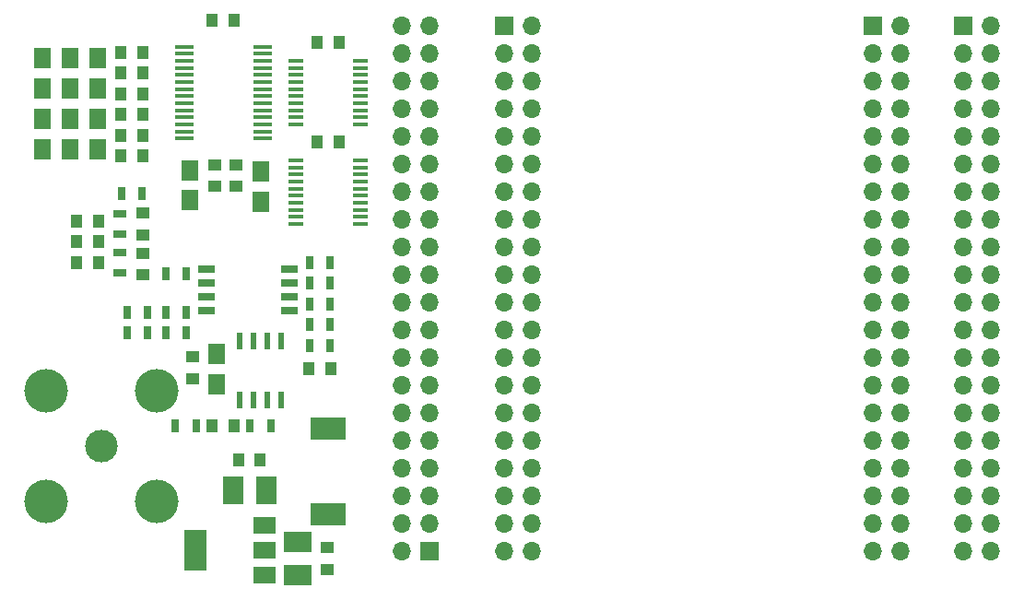
<source format=gbr>
G04 #@! TF.FileFunction,Soldermask,Top*
%FSLAX46Y46*%
G04 Gerber Fmt 4.6, Leading zero omitted, Abs format (unit mm)*
G04 Created by KiCad (PCBNEW 4.0.7) date 06/19/18 15:52:20*
%MOMM*%
%LPD*%
G01*
G04 APERTURE LIST*
%ADD10C,0.100000*%
%ADD11R,1.700000X1.700000*%
%ADD12O,1.700000X1.700000*%
%ADD13R,1.500000X1.950000*%
%ADD14C,3.000000*%
%ADD15C,4.000000*%
%ADD16R,1.750000X0.450000*%
%ADD17R,1.450000X0.450000*%
%ADD18R,0.600000X1.550000*%
%ADD19R,1.000000X1.250000*%
%ADD20R,1.250000X1.000000*%
%ADD21R,0.700000X1.300000*%
%ADD22R,1.300000X0.700000*%
%ADD23R,3.200000X2.000000*%
%ADD24R,2.000000X3.800000*%
%ADD25R,2.000000X1.500000*%
%ADD26R,1.600000X0.760000*%
%ADD27R,1.950000X2.500000*%
%ADD28R,2.500000X1.950000*%
G04 APERTURE END LIST*
D10*
D11*
X147828000Y-121412000D03*
D12*
X145288000Y-121412000D03*
X147828000Y-118872000D03*
X145288000Y-118872000D03*
X147828000Y-116332000D03*
X145288000Y-116332000D03*
X147828000Y-113792000D03*
X145288000Y-113792000D03*
X147828000Y-111252000D03*
X145288000Y-111252000D03*
X147828000Y-108712000D03*
X145288000Y-108712000D03*
X147828000Y-106172000D03*
X145288000Y-106172000D03*
X147828000Y-103632000D03*
X145288000Y-103632000D03*
X147828000Y-101092000D03*
X145288000Y-101092000D03*
X147828000Y-98552000D03*
X145288000Y-98552000D03*
X147828000Y-96012000D03*
X145288000Y-96012000D03*
X147828000Y-93472000D03*
X145288000Y-93472000D03*
X147828000Y-90932000D03*
X145288000Y-90932000D03*
X147828000Y-88392000D03*
X145288000Y-88392000D03*
X147828000Y-85852000D03*
X145288000Y-85852000D03*
X147828000Y-83312000D03*
X145288000Y-83312000D03*
X147828000Y-80772000D03*
X145288000Y-80772000D03*
X147828000Y-78232000D03*
X145288000Y-78232000D03*
X147828000Y-75692000D03*
X145288000Y-75692000D03*
X147828000Y-73152000D03*
X145288000Y-73152000D03*
D13*
X112268000Y-76095000D03*
X112268000Y-78845000D03*
D14*
X117729000Y-111760000D03*
D15*
X122809000Y-116840000D03*
X112649000Y-116840000D03*
X112649000Y-106680000D03*
X122809000Y-106680000D03*
D11*
X196850000Y-73152000D03*
D12*
X199390000Y-73152000D03*
X196850000Y-75692000D03*
X199390000Y-75692000D03*
X196850000Y-78232000D03*
X199390000Y-78232000D03*
X196850000Y-80772000D03*
X199390000Y-80772000D03*
X196850000Y-83312000D03*
X199390000Y-83312000D03*
X196850000Y-85852000D03*
X199390000Y-85852000D03*
X196850000Y-88392000D03*
X199390000Y-88392000D03*
X196850000Y-90932000D03*
X199390000Y-90932000D03*
X196850000Y-93472000D03*
X199390000Y-93472000D03*
X196850000Y-96012000D03*
X199390000Y-96012000D03*
X196850000Y-98552000D03*
X199390000Y-98552000D03*
X196850000Y-101092000D03*
X199390000Y-101092000D03*
X196850000Y-103632000D03*
X199390000Y-103632000D03*
X196850000Y-106172000D03*
X199390000Y-106172000D03*
X196850000Y-108712000D03*
X199390000Y-108712000D03*
X196850000Y-111252000D03*
X199390000Y-111252000D03*
X196850000Y-113792000D03*
X199390000Y-113792000D03*
X196850000Y-116332000D03*
X199390000Y-116332000D03*
X196850000Y-118872000D03*
X199390000Y-118872000D03*
X196850000Y-121412000D03*
X199390000Y-121412000D03*
D11*
X154686000Y-73152000D03*
D12*
X157226000Y-73152000D03*
X154686000Y-75692000D03*
X157226000Y-75692000D03*
X154686000Y-78232000D03*
X157226000Y-78232000D03*
X154686000Y-80772000D03*
X157226000Y-80772000D03*
X154686000Y-83312000D03*
X157226000Y-83312000D03*
X154686000Y-85852000D03*
X157226000Y-85852000D03*
X154686000Y-88392000D03*
X157226000Y-88392000D03*
X154686000Y-90932000D03*
X157226000Y-90932000D03*
X154686000Y-93472000D03*
X157226000Y-93472000D03*
X154686000Y-96012000D03*
X157226000Y-96012000D03*
X154686000Y-98552000D03*
X157226000Y-98552000D03*
X154686000Y-101092000D03*
X157226000Y-101092000D03*
X154686000Y-103632000D03*
X157226000Y-103632000D03*
X154686000Y-106172000D03*
X157226000Y-106172000D03*
X154686000Y-108712000D03*
X157226000Y-108712000D03*
X154686000Y-111252000D03*
X157226000Y-111252000D03*
X154686000Y-113792000D03*
X157226000Y-113792000D03*
X154686000Y-116332000D03*
X157226000Y-116332000D03*
X154686000Y-118872000D03*
X157226000Y-118872000D03*
X154686000Y-121412000D03*
X157226000Y-121412000D03*
D16*
X132505000Y-83473000D03*
X132505000Y-82823000D03*
X132505000Y-82173000D03*
X132505000Y-81523000D03*
X132505000Y-80873000D03*
X132505000Y-80223000D03*
X132505000Y-79573000D03*
X132505000Y-78923000D03*
X132505000Y-78273000D03*
X132505000Y-77623000D03*
X132505000Y-76973000D03*
X132505000Y-76323000D03*
X132505000Y-75673000D03*
X132505000Y-75023000D03*
X125305000Y-75023000D03*
X125305000Y-75673000D03*
X125305000Y-76323000D03*
X125305000Y-76973000D03*
X125305000Y-77623000D03*
X125305000Y-78273000D03*
X125305000Y-78923000D03*
X125305000Y-79573000D03*
X125305000Y-80223000D03*
X125305000Y-80873000D03*
X125305000Y-81523000D03*
X125305000Y-82173000D03*
X125305000Y-82823000D03*
X125305000Y-83473000D03*
D17*
X135607000Y-76323000D03*
X135607000Y-76973000D03*
X135607000Y-77623000D03*
X135607000Y-78273000D03*
X135607000Y-78923000D03*
X135607000Y-79573000D03*
X135607000Y-80223000D03*
X135607000Y-80873000D03*
X135607000Y-81523000D03*
X135607000Y-82173000D03*
X141507000Y-82173000D03*
X141507000Y-81523000D03*
X141507000Y-80873000D03*
X141507000Y-80223000D03*
X141507000Y-79573000D03*
X141507000Y-78923000D03*
X141507000Y-78273000D03*
X141507000Y-77623000D03*
X141507000Y-76973000D03*
X141507000Y-76323000D03*
X135607000Y-85467000D03*
X135607000Y-86117000D03*
X135607000Y-86767000D03*
X135607000Y-87417000D03*
X135607000Y-88067000D03*
X135607000Y-88717000D03*
X135607000Y-89367000D03*
X135607000Y-90017000D03*
X135607000Y-90667000D03*
X135607000Y-91317000D03*
X141507000Y-91317000D03*
X141507000Y-90667000D03*
X141507000Y-90017000D03*
X141507000Y-89367000D03*
X141507000Y-88717000D03*
X141507000Y-88067000D03*
X141507000Y-87417000D03*
X141507000Y-86767000D03*
X141507000Y-86117000D03*
X141507000Y-85467000D03*
D18*
X130429000Y-107475000D03*
X131699000Y-107475000D03*
X132969000Y-107475000D03*
X134239000Y-107475000D03*
X134239000Y-102075000D03*
X132969000Y-102075000D03*
X131699000Y-102075000D03*
X130429000Y-102075000D03*
D19*
X121523000Y-79375000D03*
X119523000Y-79375000D03*
X127905000Y-72644000D03*
X129905000Y-72644000D03*
D20*
X130048000Y-85868000D03*
X130048000Y-87868000D03*
D19*
X121523000Y-77470000D03*
X119523000Y-77470000D03*
D13*
X132334000Y-86509000D03*
X132334000Y-89259000D03*
X114808000Y-76095000D03*
X114808000Y-78845000D03*
D19*
X139557000Y-74676000D03*
X137557000Y-74676000D03*
X121523000Y-85090000D03*
X119523000Y-85090000D03*
X139557000Y-83820000D03*
X137557000Y-83820000D03*
D13*
X112268000Y-81683000D03*
X112268000Y-84433000D03*
D20*
X128143000Y-85868000D03*
X128143000Y-87868000D03*
D13*
X125857000Y-86382000D03*
X125857000Y-89132000D03*
D19*
X121523000Y-81280000D03*
X119523000Y-81280000D03*
D13*
X117348000Y-81683000D03*
X117348000Y-84433000D03*
D19*
X121523000Y-75565000D03*
X119523000Y-75565000D03*
D13*
X117348000Y-76095000D03*
X117348000Y-78845000D03*
D20*
X126111000Y-103521000D03*
X126111000Y-105521000D03*
D13*
X128270000Y-103273000D03*
X128270000Y-106023000D03*
D19*
X129905000Y-109855000D03*
X127905000Y-109855000D03*
X136795000Y-104648000D03*
X138795000Y-104648000D03*
X121523000Y-83185000D03*
X119523000Y-83185000D03*
D13*
X114808000Y-81683000D03*
X114808000Y-84433000D03*
D21*
X125537000Y-101346000D03*
X123637000Y-101346000D03*
X123637000Y-99441000D03*
X125537000Y-99441000D03*
X136845000Y-102489000D03*
X138745000Y-102489000D03*
X138745000Y-100584000D03*
X136845000Y-100584000D03*
X120081000Y-101346000D03*
X121981000Y-101346000D03*
X121981000Y-99441000D03*
X120081000Y-99441000D03*
D11*
X188595000Y-73152000D03*
D12*
X191135000Y-73152000D03*
X188595000Y-75692000D03*
X191135000Y-75692000D03*
X188595000Y-78232000D03*
X191135000Y-78232000D03*
X188595000Y-80772000D03*
X191135000Y-80772000D03*
X188595000Y-83312000D03*
X191135000Y-83312000D03*
X188595000Y-85852000D03*
X191135000Y-85852000D03*
X188595000Y-88392000D03*
X191135000Y-88392000D03*
X188595000Y-90932000D03*
X191135000Y-90932000D03*
X188595000Y-93472000D03*
X191135000Y-93472000D03*
X188595000Y-96012000D03*
X191135000Y-96012000D03*
X188595000Y-98552000D03*
X191135000Y-98552000D03*
X188595000Y-101092000D03*
X191135000Y-101092000D03*
X188595000Y-103632000D03*
X191135000Y-103632000D03*
X188595000Y-106172000D03*
X191135000Y-106172000D03*
X188595000Y-108712000D03*
X191135000Y-108712000D03*
X188595000Y-111252000D03*
X191135000Y-111252000D03*
X188595000Y-113792000D03*
X191135000Y-113792000D03*
X188595000Y-116332000D03*
X191135000Y-116332000D03*
X188595000Y-118872000D03*
X191135000Y-118872000D03*
X188595000Y-121412000D03*
X191135000Y-121412000D03*
D19*
X117459000Y-94869000D03*
X115459000Y-94869000D03*
D20*
X121539000Y-95996000D03*
X121539000Y-93996000D03*
D19*
X117459000Y-92964000D03*
X115459000Y-92964000D03*
D20*
X121539000Y-92313000D03*
X121539000Y-90313000D03*
D19*
X117459000Y-91059000D03*
X115459000Y-91059000D03*
X132318000Y-113030000D03*
X130318000Y-113030000D03*
D20*
X138430000Y-121047000D03*
X138430000Y-123047000D03*
D22*
X119380000Y-93919000D03*
X119380000Y-95819000D03*
X119380000Y-90363000D03*
X119380000Y-92263000D03*
D23*
X138557000Y-117946000D03*
X138557000Y-110146000D03*
D21*
X124526000Y-109855000D03*
X126426000Y-109855000D03*
X131384000Y-109855000D03*
X133284000Y-109855000D03*
X125537000Y-95885000D03*
X123637000Y-95885000D03*
X119573000Y-88519000D03*
X121473000Y-88519000D03*
D24*
X126390000Y-121285000D03*
D25*
X132690000Y-121285000D03*
X132690000Y-118985000D03*
X132690000Y-123585000D03*
D21*
X138745000Y-98679000D03*
X136845000Y-98679000D03*
X138745000Y-96774000D03*
X136845000Y-96774000D03*
X138745000Y-94869000D03*
X136845000Y-94869000D03*
D26*
X135001000Y-99314000D03*
X127381000Y-95504000D03*
X135001000Y-98044000D03*
X127381000Y-96774000D03*
X135001000Y-96774000D03*
X127381000Y-98044000D03*
X135001000Y-95504000D03*
X127381000Y-99314000D03*
D27*
X132843000Y-115824000D03*
X129793000Y-115824000D03*
D28*
X135763000Y-120522000D03*
X135763000Y-123572000D03*
M02*

</source>
